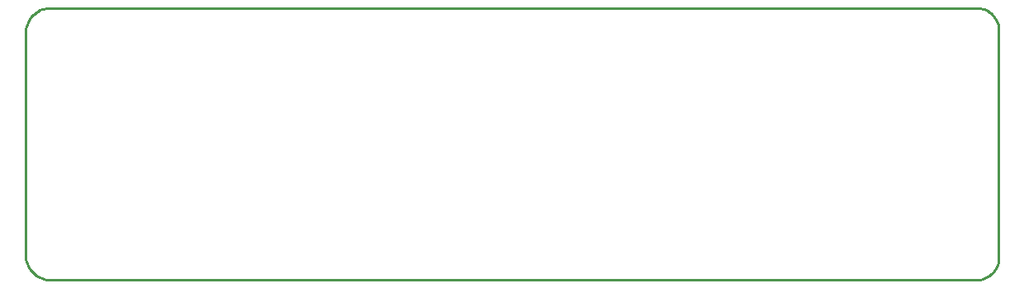
<source format=gbr>
G04 EAGLE Gerber RS-274X export*
G75*
%MOMM*%
%FSLAX34Y34*%
%LPD*%
%IN*%
%IPPOS*%
%AMOC8*
5,1,8,0,0,1.08239X$1,22.5*%
G01*
%ADD10C,0.254000*%


D10*
X0Y25400D02*
X86Y23175D01*
X366Y20965D01*
X837Y18789D01*
X1496Y16662D01*
X2338Y14600D01*
X3357Y12619D01*
X4544Y10735D01*
X5891Y8962D01*
X7387Y7312D01*
X9021Y5800D01*
X10781Y4435D01*
X12654Y3229D01*
X14624Y2191D01*
X16677Y1329D01*
X18797Y649D01*
X20969Y156D01*
X23176Y-146D01*
X25400Y-254D01*
X977900Y-254D01*
X979893Y66D01*
X981851Y558D01*
X983759Y1220D01*
X985601Y2044D01*
X987365Y3027D01*
X989036Y4159D01*
X990602Y5433D01*
X992052Y6838D01*
X993373Y8365D01*
X994556Y10000D01*
X995593Y11733D01*
X996474Y13549D01*
X997193Y15435D01*
X997746Y17377D01*
X998127Y19360D01*
X998334Y21368D01*
X998365Y23386D01*
X998220Y25400D01*
X998220Y254000D01*
X998365Y256014D01*
X998334Y258032D01*
X998127Y260040D01*
X997746Y262023D01*
X997193Y263965D01*
X996474Y265851D01*
X995593Y267667D01*
X994556Y269400D01*
X993373Y271035D01*
X992052Y272562D01*
X990602Y273967D01*
X989036Y275241D01*
X987365Y276373D01*
X985601Y277356D01*
X983759Y278180D01*
X981851Y278842D01*
X979893Y279334D01*
X977900Y279654D01*
X25400Y279654D01*
X23176Y279546D01*
X20969Y279244D01*
X18797Y278751D01*
X16677Y278071D01*
X14624Y277209D01*
X12654Y276171D01*
X10781Y274965D01*
X9021Y273600D01*
X7387Y272088D01*
X5891Y270438D01*
X4544Y268665D01*
X3356Y266781D01*
X2338Y264800D01*
X1496Y262738D01*
X837Y260611D01*
X366Y258435D01*
X86Y256225D01*
X0Y254000D01*
X0Y25400D01*
M02*

</source>
